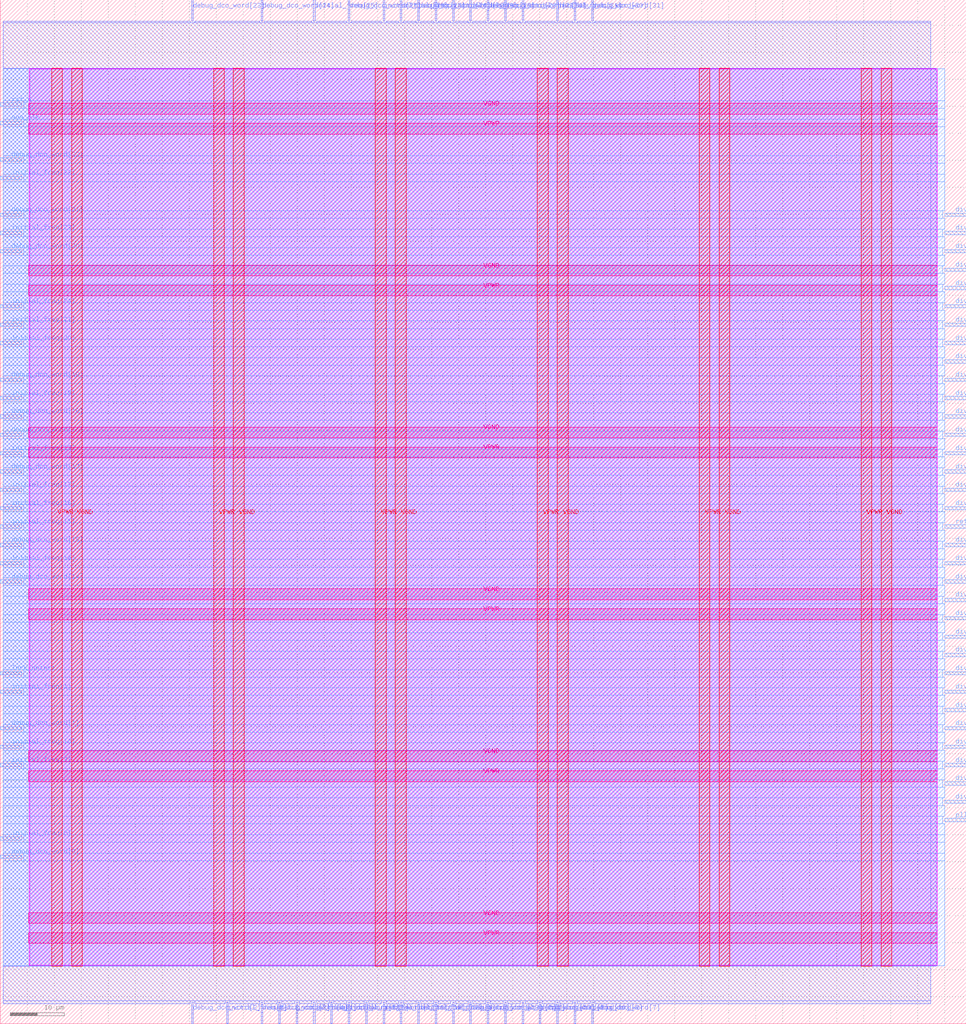
<source format=lef>
VERSION 5.7 ;
  NOWIREEXTENSIONATPIN ON ;
  DIVIDERCHAR "/" ;
  BUSBITCHARS "[]" ;
MACRO pll_top
  CLASS BLOCK ;
  FOREIGN pll_top ;
  ORIGIN 0.000 0.000 ;
  SIZE 179.015 BY 189.735 ;
  PIN VGND
    DIRECTION INOUT ;
    USE GROUND ;
    PORT
      LAYER met4 ;
        RECT 13.220 10.640 15.220 177.040 ;
    END
    PORT
      LAYER met4 ;
        RECT 43.220 10.640 45.220 177.040 ;
    END
    PORT
      LAYER met4 ;
        RECT 73.220 10.640 75.220 177.040 ;
    END
    PORT
      LAYER met4 ;
        RECT 103.220 10.640 105.220 177.040 ;
    END
    PORT
      LAYER met4 ;
        RECT 133.220 10.640 135.220 177.040 ;
    END
    PORT
      LAYER met4 ;
        RECT 163.220 10.640 165.220 177.040 ;
    END
    PORT
      LAYER met5 ;
        RECT 5.280 18.580 173.660 20.580 ;
    END
    PORT
      LAYER met5 ;
        RECT 5.280 48.580 173.660 50.580 ;
    END
    PORT
      LAYER met5 ;
        RECT 5.280 78.580 173.660 80.580 ;
    END
    PORT
      LAYER met5 ;
        RECT 5.280 108.580 173.660 110.580 ;
    END
    PORT
      LAYER met5 ;
        RECT 5.280 138.580 173.660 140.580 ;
    END
    PORT
      LAYER met5 ;
        RECT 5.280 168.580 173.660 170.580 ;
    END
  END VGND
  PIN VPWR
    DIRECTION INOUT ;
    USE POWER ;
    PORT
      LAYER met4 ;
        RECT 9.520 10.640 11.520 177.040 ;
    END
    PORT
      LAYER met4 ;
        RECT 39.520 10.640 41.520 177.040 ;
    END
    PORT
      LAYER met4 ;
        RECT 69.520 10.640 71.520 177.040 ;
    END
    PORT
      LAYER met4 ;
        RECT 99.520 10.640 101.520 177.040 ;
    END
    PORT
      LAYER met4 ;
        RECT 129.520 10.640 131.520 177.040 ;
    END
    PORT
      LAYER met4 ;
        RECT 159.520 10.640 161.520 177.040 ;
    END
    PORT
      LAYER met5 ;
        RECT 5.280 14.880 173.660 16.880 ;
    END
    PORT
      LAYER met5 ;
        RECT 5.280 44.880 173.660 46.880 ;
    END
    PORT
      LAYER met5 ;
        RECT 5.280 74.880 173.660 76.880 ;
    END
    PORT
      LAYER met5 ;
        RECT 5.280 104.880 173.660 106.880 ;
    END
    PORT
      LAYER met5 ;
        RECT 5.280 134.880 173.660 136.880 ;
    END
    PORT
      LAYER met5 ;
        RECT 5.280 164.880 173.660 166.880 ;
    END
  END VPWR
  PIN debug_dco_word[0]
    DIRECTION OUTPUT ;
    USE SIGNAL ;
    ANTENNADIFFAREA 0.445500 ;
    PORT
      LAYER met3 ;
        RECT 0.000 30.640 4.000 31.240 ;
    END
  END debug_dco_word[0]
  PIN debug_dco_word[10]
    DIRECTION OUTPUT ;
    USE SIGNAL ;
    ANTENNADIFFAREA 0.445500 ;
    PORT
      LAYER met2 ;
        RECT 103.130 0.000 103.410 4.000 ;
    END
  END debug_dco_word[10]
  PIN debug_dco_word[11]
    DIRECTION OUTPUT ;
    USE SIGNAL ;
    ANTENNADIFFAREA 0.445500 ;
    PORT
      LAYER met2 ;
        RECT 67.710 0.000 67.990 4.000 ;
    END
  END debug_dco_word[11]
  PIN debug_dco_word[12]
    DIRECTION OUTPUT ;
    USE SIGNAL ;
    ANTENNADIFFAREA 0.445500 ;
    PORT
      LAYER met2 ;
        RECT 96.690 0.000 96.970 4.000 ;
    END
  END debug_dco_word[12]
  PIN debug_dco_word[13]
    DIRECTION OUTPUT ;
    USE SIGNAL ;
    ANTENNADIFFAREA 0.445500 ;
    PORT
      LAYER met2 ;
        RECT 87.030 0.000 87.310 4.000 ;
    END
  END debug_dco_word[13]
  PIN debug_dco_word[14]
    DIRECTION OUTPUT ;
    USE SIGNAL ;
    ANTENNADIFFAREA 0.445500 ;
    PORT
      LAYER met3 ;
        RECT 0.000 81.640 4.000 82.240 ;
    END
  END debug_dco_word[14]
  PIN debug_dco_word[15]
    DIRECTION OUTPUT ;
    USE SIGNAL ;
    ANTENNADIFFAREA 0.445500 ;
    PORT
      LAYER met3 ;
        RECT 0.000 88.440 4.000 89.040 ;
    END
  END debug_dco_word[15]
  PIN debug_dco_word[16]
    DIRECTION OUTPUT ;
    USE SIGNAL ;
    ANTENNADIFFAREA 0.445500 ;
    PORT
      LAYER met3 ;
        RECT 0.000 108.840 4.000 109.440 ;
    END
  END debug_dco_word[16]
  PIN debug_dco_word[17]
    DIRECTION OUTPUT ;
    USE SIGNAL ;
    ANTENNADIFFAREA 0.445500 ;
    PORT
      LAYER met3 ;
        RECT 0.000 102.040 4.000 102.640 ;
    END
  END debug_dco_word[17]
  PIN debug_dco_word[18]
    DIRECTION OUTPUT ;
    USE SIGNAL ;
    ANTENNADIFFAREA 0.445500 ;
    PORT
      LAYER met3 ;
        RECT 0.000 112.240 4.000 112.840 ;
    END
  END debug_dco_word[18]
  PIN debug_dco_word[19]
    DIRECTION OUTPUT ;
    USE SIGNAL ;
    ANTENNADIFFAREA 0.445500 ;
    PORT
      LAYER met3 ;
        RECT 0.000 119.040 4.000 119.640 ;
    END
  END debug_dco_word[19]
  PIN debug_dco_word[1]
    DIRECTION OUTPUT ;
    USE SIGNAL ;
    ANTENNADIFFAREA 0.445500 ;
    PORT
      LAYER met3 ;
        RECT 0.000 54.440 4.000 55.040 ;
    END
  END debug_dco_word[1]
  PIN debug_dco_word[20]
    DIRECTION OUTPUT ;
    USE SIGNAL ;
    ANTENNADIFFAREA 0.445500 ;
    PORT
      LAYER met3 ;
        RECT 0.000 142.840 4.000 143.440 ;
    END
  END debug_dco_word[20]
  PIN debug_dco_word[21]
    DIRECTION OUTPUT ;
    USE SIGNAL ;
    ANTENNADIFFAREA 0.445500 ;
    PORT
      LAYER met3 ;
        RECT 0.000 149.640 4.000 150.240 ;
    END
  END debug_dco_word[21]
  PIN debug_dco_word[22]
    DIRECTION OUTPUT ;
    USE SIGNAL ;
    ANTENNADIFFAREA 0.445500 ;
    PORT
      LAYER met3 ;
        RECT 0.000 159.840 4.000 160.440 ;
    END
  END debug_dco_word[22]
  PIN debug_dco_word[23]
    DIRECTION OUTPUT ;
    USE SIGNAL ;
    ANTENNADIFFAREA 0.445500 ;
    PORT
      LAYER met2 ;
        RECT 35.510 185.735 35.790 189.735 ;
    END
  END debug_dco_word[23]
  PIN debug_dco_word[24]
    DIRECTION OUTPUT ;
    USE SIGNAL ;
    ANTENNADIFFAREA 0.445500 ;
    PORT
      LAYER met2 ;
        RECT 48.390 185.735 48.670 189.735 ;
    END
  END debug_dco_word[24]
  PIN debug_dco_word[25]
    DIRECTION OUTPUT ;
    USE SIGNAL ;
    ANTENNADIFFAREA 0.445500 ;
    PORT
      LAYER met2 ;
        RECT 64.490 185.735 64.770 189.735 ;
    END
  END debug_dco_word[25]
  PIN debug_dco_word[26]
    DIRECTION OUTPUT ;
    USE SIGNAL ;
    ANTENNADIFFAREA 0.445500 ;
    PORT
      LAYER met2 ;
        RECT 77.370 185.735 77.650 189.735 ;
    END
  END debug_dco_word[26]
  PIN debug_dco_word[27]
    DIRECTION OUTPUT ;
    USE SIGNAL ;
    ANTENNADIFFAREA 0.445500 ;
    PORT
      LAYER met2 ;
        RECT 80.590 185.735 80.870 189.735 ;
    END
  END debug_dco_word[27]
  PIN debug_dco_word[28]
    DIRECTION OUTPUT ;
    USE SIGNAL ;
    ANTENNADIFFAREA 0.445500 ;
    PORT
      LAYER met2 ;
        RECT 90.250 185.735 90.530 189.735 ;
    END
  END debug_dco_word[28]
  PIN debug_dco_word[29]
    DIRECTION OUTPUT ;
    USE SIGNAL ;
    ANTENNADIFFAREA 0.445500 ;
    PORT
      LAYER met2 ;
        RECT 93.470 185.735 93.750 189.735 ;
    END
  END debug_dco_word[29]
  PIN debug_dco_word[2]
    DIRECTION OUTPUT ;
    USE SIGNAL ;
    ANTENNADIFFAREA 0.445500 ;
    PORT
      LAYER met2 ;
        RECT 35.510 0.000 35.790 4.000 ;
    END
  END debug_dco_word[2]
  PIN debug_dco_word[30]
    DIRECTION OUTPUT ;
    USE SIGNAL ;
    ANTENNADIFFAREA 0.445500 ;
    PORT
      LAYER met2 ;
        RECT 106.350 185.735 106.630 189.735 ;
    END
  END debug_dco_word[30]
  PIN debug_dco_word[31]
    DIRECTION OUTPUT ;
    USE SIGNAL ;
    ANTENNADIFFAREA 0.445500 ;
    PORT
      LAYER met2 ;
        RECT 109.570 185.735 109.850 189.735 ;
    END
  END debug_dco_word[31]
  PIN debug_dco_word[3]
    DIRECTION OUTPUT ;
    USE SIGNAL ;
    ANTENNADIFFAREA 0.445500 ;
    PORT
      LAYER met2 ;
        RECT 48.390 0.000 48.670 4.000 ;
    END
  END debug_dco_word[3]
  PIN debug_dco_word[4]
    DIRECTION OUTPUT ;
    USE SIGNAL ;
    ANTENNADIFFAREA 0.445500 ;
    PORT
      LAYER met2 ;
        RECT 51.610 0.000 51.890 4.000 ;
    END
  END debug_dco_word[4]
  PIN debug_dco_word[5]
    DIRECTION OUTPUT ;
    USE SIGNAL ;
    ANTENNADIFFAREA 0.445500 ;
    PORT
      LAYER met2 ;
        RECT 61.270 0.000 61.550 4.000 ;
    END
  END debug_dco_word[5]
  PIN debug_dco_word[6]
    DIRECTION OUTPUT ;
    USE SIGNAL ;
    ANTENNADIFFAREA 0.445500 ;
    PORT
      LAYER met2 ;
        RECT 90.250 0.000 90.530 4.000 ;
    END
  END debug_dco_word[6]
  PIN debug_dco_word[7]
    DIRECTION OUTPUT ;
    USE SIGNAL ;
    ANTENNADIFFAREA 0.445500 ;
    PORT
      LAYER met2 ;
        RECT 109.570 0.000 109.850 4.000 ;
    END
  END debug_dco_word[7]
  PIN debug_dco_word[8]
    DIRECTION OUTPUT ;
    USE SIGNAL ;
    ANTENNADIFFAREA 0.445500 ;
    PORT
      LAYER met2 ;
        RECT 99.910 0.000 100.190 4.000 ;
    END
  END debug_dco_word[8]
  PIN debug_dco_word[9]
    DIRECTION OUTPUT ;
    USE SIGNAL ;
    ANTENNADIFFAREA 0.445500 ;
    PORT
      LAYER met2 ;
        RECT 106.350 0.000 106.630 4.000 ;
    END
  END debug_dco_word[9]
  PIN div_val[0]
    DIRECTION INPUT ;
    USE SIGNAL ;
    ANTENNAGATEAREA 0.126000 ;
    PORT
      LAYER met3 ;
        RECT 175.015 129.240 179.015 129.840 ;
    END
  END div_val[0]
  PIN div_val[10]
    DIRECTION INPUT ;
    USE SIGNAL ;
    ANTENNAGATEAREA 0.126000 ;
    PORT
      LAYER met3 ;
        RECT 175.015 115.640 179.015 116.240 ;
    END
  END div_val[10]
  PIN div_val[11]
    DIRECTION INPUT ;
    USE SIGNAL ;
    ANTENNAGATEAREA 0.126000 ;
    PORT
      LAYER met3 ;
        RECT 175.015 112.240 179.015 112.840 ;
    END
  END div_val[11]
  PIN div_val[12]
    DIRECTION INPUT ;
    USE SIGNAL ;
    ANTENNAGATEAREA 0.196500 ;
    PORT
      LAYER met3 ;
        RECT 175.015 105.440 179.015 106.040 ;
    END
  END div_val[12]
  PIN div_val[13]
    DIRECTION INPUT ;
    USE SIGNAL ;
    ANTENNAGATEAREA 0.126000 ;
    PORT
      LAYER met3 ;
        RECT 175.015 108.840 179.015 109.440 ;
    END
  END div_val[13]
  PIN div_val[14]
    DIRECTION INPUT ;
    USE SIGNAL ;
    ANTENNAGATEAREA 0.126000 ;
    PORT
      LAYER met3 ;
        RECT 175.015 102.040 179.015 102.640 ;
    END
  END div_val[14]
  PIN div_val[15]
    DIRECTION INPUT ;
    USE SIGNAL ;
    ANTENNAGATEAREA 0.196500 ;
    PORT
      LAYER met3 ;
        RECT 175.015 98.640 179.015 99.240 ;
    END
  END div_val[15]
  PIN div_val[16]
    DIRECTION INPUT ;
    USE SIGNAL ;
    ANTENNAGATEAREA 0.213000 ;
    PORT
      LAYER met3 ;
        RECT 175.015 95.240 179.015 95.840 ;
    END
  END div_val[16]
  PIN div_val[17]
    DIRECTION INPUT ;
    USE SIGNAL ;
    ANTENNAGATEAREA 0.196500 ;
    PORT
      LAYER met3 ;
        RECT 175.015 88.440 179.015 89.040 ;
    END
  END div_val[17]
  PIN div_val[18]
    DIRECTION INPUT ;
    USE SIGNAL ;
    ANTENNAGATEAREA 0.196500 ;
    PORT
      LAYER met3 ;
        RECT 175.015 85.040 179.015 85.640 ;
    END
  END div_val[18]
  PIN div_val[19]
    DIRECTION INPUT ;
    USE SIGNAL ;
    ANTENNAGATEAREA 0.196500 ;
    PORT
      LAYER met3 ;
        RECT 175.015 81.640 179.015 82.240 ;
    END
  END div_val[19]
  PIN div_val[1]
    DIRECTION INPUT ;
    USE SIGNAL ;
    ANTENNAGATEAREA 0.126000 ;
    PORT
      LAYER met3 ;
        RECT 175.015 122.440 179.015 123.040 ;
    END
  END div_val[1]
  PIN div_val[20]
    DIRECTION INPUT ;
    USE SIGNAL ;
    ANTENNAGATEAREA 0.196500 ;
    PORT
      LAYER met3 ;
        RECT 175.015 71.440 179.015 72.040 ;
    END
  END div_val[20]
  PIN div_val[21]
    DIRECTION INPUT ;
    USE SIGNAL ;
    ANTENNAGATEAREA 0.196500 ;
    PORT
      LAYER met3 ;
        RECT 175.015 78.240 179.015 78.840 ;
    END
  END div_val[21]
  PIN div_val[22]
    DIRECTION INPUT ;
    USE SIGNAL ;
    ANTENNAGATEAREA 0.126000 ;
    PORT
      LAYER met3 ;
        RECT 175.015 57.840 179.015 58.440 ;
    END
  END div_val[22]
  PIN div_val[23]
    DIRECTION INPUT ;
    USE SIGNAL ;
    ANTENNAGATEAREA 0.126000 ;
    PORT
      LAYER met3 ;
        RECT 175.015 40.840 179.015 41.440 ;
    END
  END div_val[23]
  PIN div_val[24]
    DIRECTION INPUT ;
    USE SIGNAL ;
    ANTENNAGATEAREA 0.196500 ;
    PORT
      LAYER met3 ;
        RECT 175.015 44.240 179.015 44.840 ;
    END
  END div_val[24]
  PIN div_val[25]
    DIRECTION INPUT ;
    USE SIGNAL ;
    ANTENNAGATEAREA 0.126000 ;
    PORT
      LAYER met3 ;
        RECT 175.015 51.040 179.015 51.640 ;
    END
  END div_val[25]
  PIN div_val[26]
    DIRECTION INPUT ;
    USE SIGNAL ;
    ANTENNAGATEAREA 0.126000 ;
    PORT
      LAYER met3 ;
        RECT 175.015 47.640 179.015 48.240 ;
    END
  END div_val[26]
  PIN div_val[27]
    DIRECTION INPUT ;
    USE SIGNAL ;
    ANTENNAGATEAREA 0.196500 ;
    PORT
      LAYER met3 ;
        RECT 175.015 54.440 179.015 55.040 ;
    END
  END div_val[27]
  PIN div_val[28]
    DIRECTION INPUT ;
    USE SIGNAL ;
    ANTENNAGATEAREA 0.213000 ;
    PORT
      LAYER met3 ;
        RECT 175.015 61.240 179.015 61.840 ;
    END
  END div_val[28]
  PIN div_val[29]
    DIRECTION INPUT ;
    USE SIGNAL ;
    ANTENNAGATEAREA 0.126000 ;
    PORT
      LAYER met3 ;
        RECT 175.015 64.640 179.015 65.240 ;
    END
  END div_val[29]
  PIN div_val[2]
    DIRECTION INPUT ;
    USE SIGNAL ;
    ANTENNAGATEAREA 0.126000 ;
    PORT
      LAYER met3 ;
        RECT 175.015 119.040 179.015 119.640 ;
    END
  END div_val[2]
  PIN div_val[30]
    DIRECTION INPUT ;
    USE SIGNAL ;
    ANTENNAGATEAREA 0.196500 ;
    PORT
      LAYER met3 ;
        RECT 175.015 68.040 179.015 68.640 ;
    END
  END div_val[30]
  PIN div_val[31]
    DIRECTION INPUT ;
    USE SIGNAL ;
    ANTENNAGATEAREA 0.196500 ;
    PORT
      LAYER met3 ;
        RECT 175.015 74.840 179.015 75.440 ;
    END
  END div_val[31]
  PIN div_val[3]
    DIRECTION INPUT ;
    USE SIGNAL ;
    ANTENNAGATEAREA 0.196500 ;
    PORT
      LAYER met3 ;
        RECT 175.015 125.840 179.015 126.440 ;
    END
  END div_val[3]
  PIN div_val[4]
    DIRECTION INPUT ;
    USE SIGNAL ;
    ANTENNAGATEAREA 0.213000 ;
    PORT
      LAYER met3 ;
        RECT 175.015 136.040 179.015 136.640 ;
    END
  END div_val[4]
  PIN div_val[5]
    DIRECTION INPUT ;
    USE SIGNAL ;
    ANTENNAGATEAREA 0.126000 ;
    PORT
      LAYER met3 ;
        RECT 175.015 139.440 179.015 140.040 ;
    END
  END div_val[5]
  PIN div_val[6]
    DIRECTION INPUT ;
    USE SIGNAL ;
    ANTENNAGATEAREA 0.196500 ;
    PORT
      LAYER met3 ;
        RECT 175.015 149.640 179.015 150.240 ;
    END
  END div_val[6]
  PIN div_val[7]
    DIRECTION INPUT ;
    USE SIGNAL ;
    ANTENNAGATEAREA 0.213000 ;
    PORT
      LAYER met3 ;
        RECT 175.015 146.240 179.015 146.840 ;
    END
  END div_val[7]
  PIN div_val[8]
    DIRECTION INPUT ;
    USE SIGNAL ;
    ANTENNAGATEAREA 0.213000 ;
    PORT
      LAYER met3 ;
        RECT 175.015 142.840 179.015 143.440 ;
    END
  END div_val[8]
  PIN div_val[9]
    DIRECTION INPUT ;
    USE SIGNAL ;
    ANTENNAGATEAREA 0.196500 ;
    PORT
      LAYER met3 ;
        RECT 175.015 132.640 179.015 133.240 ;
    END
  END div_val[9]
  PIN initial_freq[0]
    DIRECTION INPUT ;
    USE SIGNAL ;
    ANTENNAGATEAREA 0.196500 ;
    PORT
      LAYER met3 ;
        RECT 0.000 34.040 4.000 34.640 ;
    END
  END initial_freq[0]
  PIN initial_freq[10]
    DIRECTION INPUT ;
    USE SIGNAL ;
    ANTENNAGATEAREA 0.196500 ;
    PORT
      LAYER met3 ;
        RECT 0.000 51.040 4.000 51.640 ;
    END
  END initial_freq[10]
  PIN initial_freq[11]
    DIRECTION INPUT ;
    USE SIGNAL ;
    ANTENNAGATEAREA 0.196500 ;
    PORT
      LAYER met2 ;
        RECT 70.930 0.000 71.210 4.000 ;
    END
  END initial_freq[11]
  PIN initial_freq[12]
    DIRECTION INPUT ;
    USE SIGNAL ;
    ANTENNAGATEAREA 0.196500 ;
    PORT
      LAYER met2 ;
        RECT 74.150 0.000 74.430 4.000 ;
    END
  END initial_freq[12]
  PIN initial_freq[13]
    DIRECTION INPUT ;
    USE SIGNAL ;
    ANTENNAGATEAREA 0.196500 ;
    PORT
      LAYER met2 ;
        RECT 77.370 0.000 77.650 4.000 ;
    END
  END initial_freq[13]
  PIN initial_freq[14]
    DIRECTION INPUT ;
    USE SIGNAL ;
    ANTENNAGATEAREA 0.196500 ;
    PORT
      LAYER met3 ;
        RECT 0.000 85.040 4.000 85.640 ;
    END
  END initial_freq[14]
  PIN initial_freq[15]
    DIRECTION INPUT ;
    USE SIGNAL ;
    ANTENNAGATEAREA 0.196500 ;
    PORT
      LAYER met3 ;
        RECT 0.000 91.840 4.000 92.440 ;
    END
  END initial_freq[15]
  PIN initial_freq[16]
    DIRECTION INPUT ;
    USE SIGNAL ;
    ANTENNAGATEAREA 0.196500 ;
    PORT
      LAYER met3 ;
        RECT 0.000 95.240 4.000 95.840 ;
    END
  END initial_freq[16]
  PIN initial_freq[17]
    DIRECTION INPUT ;
    USE SIGNAL ;
    ANTENNAGATEAREA 0.196500 ;
    PORT
      LAYER met3 ;
        RECT 0.000 98.640 4.000 99.240 ;
    END
  END initial_freq[17]
  PIN initial_freq[18]
    DIRECTION INPUT ;
    USE SIGNAL ;
    ANTENNAGATEAREA 0.196500 ;
    PORT
      LAYER met3 ;
        RECT 0.000 105.440 4.000 106.040 ;
    END
  END initial_freq[18]
  PIN initial_freq[19]
    DIRECTION INPUT ;
    USE SIGNAL ;
    ANTENNAGATEAREA 0.196500 ;
    PORT
      LAYER met3 ;
        RECT 0.000 115.640 4.000 116.240 ;
    END
  END initial_freq[19]
  PIN initial_freq[1]
    DIRECTION INPUT ;
    USE SIGNAL ;
    ANTENNAGATEAREA 0.196500 ;
    PORT
      LAYER met3 ;
        RECT 0.000 61.240 4.000 61.840 ;
    END
  END initial_freq[1]
  PIN initial_freq[20]
    DIRECTION INPUT ;
    USE SIGNAL ;
    ANTENNAGATEAREA 0.196500 ;
    PORT
      LAYER met3 ;
        RECT 0.000 125.840 4.000 126.440 ;
    END
  END initial_freq[20]
  PIN initial_freq[21]
    DIRECTION INPUT ;
    USE SIGNAL ;
    ANTENNAGATEAREA 0.196500 ;
    PORT
      LAYER met3 ;
        RECT 0.000 129.240 4.000 129.840 ;
    END
  END initial_freq[21]
  PIN initial_freq[22]
    DIRECTION INPUT ;
    USE SIGNAL ;
    ANTENNAGATEAREA 0.196500 ;
    PORT
      LAYER met3 ;
        RECT 0.000 156.440 4.000 157.040 ;
    END
  END initial_freq[22]
  PIN initial_freq[23]
    DIRECTION INPUT ;
    USE SIGNAL ;
    ANTENNAGATEAREA 0.196500 ;
    PORT
      LAYER met3 ;
        RECT 0.000 146.240 4.000 146.840 ;
    END
  END initial_freq[23]
  PIN initial_freq[24]
    DIRECTION INPUT ;
    USE SIGNAL ;
    ANTENNAGATEAREA 0.196500 ;
    PORT
      LAYER met3 ;
        RECT 0.000 132.640 4.000 133.240 ;
    END
  END initial_freq[24]
  PIN initial_freq[25]
    DIRECTION INPUT ;
    USE SIGNAL ;
    ANTENNAGATEAREA 0.196500 ;
    PORT
      LAYER met2 ;
        RECT 58.050 185.735 58.330 189.735 ;
    END
  END initial_freq[25]
  PIN initial_freq[26]
    DIRECTION INPUT ;
    USE SIGNAL ;
    ANTENNAGATEAREA 0.196500 ;
    PORT
      LAYER met2 ;
        RECT 70.930 185.735 71.210 189.735 ;
    END
  END initial_freq[26]
  PIN initial_freq[27]
    DIRECTION INPUT ;
    USE SIGNAL ;
    ANTENNAGATEAREA 0.196500 ;
    PORT
      LAYER met2 ;
        RECT 74.150 185.735 74.430 189.735 ;
    END
  END initial_freq[27]
  PIN initial_freq[28]
    DIRECTION INPUT ;
    USE SIGNAL ;
    ANTENNAGATEAREA 0.196500 ;
    PORT
      LAYER met2 ;
        RECT 83.810 185.735 84.090 189.735 ;
    END
  END initial_freq[28]
  PIN initial_freq[29]
    DIRECTION INPUT ;
    USE SIGNAL ;
    ANTENNAGATEAREA 0.196500 ;
    PORT
      LAYER met2 ;
        RECT 87.030 185.735 87.310 189.735 ;
    END
  END initial_freq[29]
  PIN initial_freq[2]
    DIRECTION INPUT ;
    USE SIGNAL ;
    ANTENNAGATEAREA 0.196500 ;
    PORT
      LAYER met3 ;
        RECT 0.000 47.640 4.000 48.240 ;
    END
  END initial_freq[2]
  PIN initial_freq[30]
    DIRECTION INPUT ;
    USE SIGNAL ;
    ANTENNAGATEAREA 0.196500 ;
    PORT
      LAYER met2 ;
        RECT 96.690 185.735 96.970 189.735 ;
    END
  END initial_freq[30]
  PIN initial_freq[31]
    DIRECTION INPUT ;
    USE SIGNAL ;
    ANTENNAGATEAREA 0.196500 ;
    PORT
      LAYER met2 ;
        RECT 103.130 185.735 103.410 189.735 ;
    END
  END initial_freq[31]
  PIN initial_freq[3]
    DIRECTION INPUT ;
    USE SIGNAL ;
    ANTENNAGATEAREA 0.196500 ;
    PORT
      LAYER met2 ;
        RECT 41.950 0.000 42.230 4.000 ;
    END
  END initial_freq[3]
  PIN initial_freq[4]
    DIRECTION INPUT ;
    USE SIGNAL ;
    ANTENNAGATEAREA 0.196500 ;
    PORT
      LAYER met2 ;
        RECT 54.830 0.000 55.110 4.000 ;
    END
  END initial_freq[4]
  PIN initial_freq[5]
    DIRECTION INPUT ;
    USE SIGNAL ;
    ANTENNAGATEAREA 0.196500 ;
    PORT
      LAYER met2 ;
        RECT 64.490 0.000 64.770 4.000 ;
    END
  END initial_freq[5]
  PIN initial_freq[6]
    DIRECTION INPUT ;
    USE SIGNAL ;
    ANTENNAGATEAREA 0.196500 ;
    PORT
      LAYER met2 ;
        RECT 80.590 0.000 80.870 4.000 ;
    END
  END initial_freq[6]
  PIN initial_freq[7]
    DIRECTION INPUT ;
    USE SIGNAL ;
    ANTENNAGATEAREA 0.196500 ;
    PORT
      LAYER met2 ;
        RECT 93.470 0.000 93.750 4.000 ;
    END
  END initial_freq[7]
  PIN initial_freq[8]
    DIRECTION INPUT ;
    USE SIGNAL ;
    ANTENNAGATEAREA 0.196500 ;
    PORT
      LAYER met2 ;
        RECT 83.810 0.000 84.090 4.000 ;
    END
  END initial_freq[8]
  PIN initial_freq[9]
    DIRECTION INPUT ;
    USE SIGNAL ;
    ANTENNAGATEAREA 0.196500 ;
    PORT
      LAYER met2 ;
        RECT 58.050 0.000 58.330 4.000 ;
    END
  END initial_freq[9]
  PIN lock_detect
    DIRECTION OUTPUT ;
    USE SIGNAL ;
    ANTENNADIFFAREA 0.445500 ;
    PORT
      LAYER met3 ;
        RECT 0.000 64.640 4.000 65.240 ;
    END
  END lock_detect
  PIN pll_out
    DIRECTION OUTPUT ;
    USE SIGNAL ;
    ANTENNADIFFAREA 0.445500 ;
    PORT
      LAYER met3 ;
        RECT 175.015 37.440 179.015 38.040 ;
    END
  END pll_out
  PIN ref_clk
    DIRECTION INPUT ;
    USE SIGNAL ;
    ANTENNAGATEAREA 0.196500 ;
    PORT
      LAYER met3 ;
        RECT 175.015 91.840 179.015 92.440 ;
    END
  END ref_clk
  PIN rst_n
    DIRECTION INPUT ;
    USE SIGNAL ;
    ANTENNAGATEAREA 0.196500 ;
    PORT
      LAYER met3 ;
        RECT 0.000 170.040 4.000 170.640 ;
    END
  END rst_n
  PIN sys_clk
    DIRECTION INPUT ;
    USE SIGNAL ;
    ANTENNAGATEAREA 0.852000 ;
    PORT
      LAYER met3 ;
        RECT 0.000 166.640 4.000 167.240 ;
    END
  END sys_clk
  OBS
      LAYER nwell ;
        RECT 5.330 10.795 173.610 176.990 ;
      LAYER li1 ;
        RECT 5.520 10.795 173.420 176.885 ;
      LAYER met1 ;
        RECT 0.530 10.640 173.420 177.040 ;
      LAYER met2 ;
        RECT 0.550 185.455 35.230 185.735 ;
        RECT 36.070 185.455 48.110 185.735 ;
        RECT 48.950 185.455 57.770 185.735 ;
        RECT 58.610 185.455 64.210 185.735 ;
        RECT 65.050 185.455 70.650 185.735 ;
        RECT 71.490 185.455 73.870 185.735 ;
        RECT 74.710 185.455 77.090 185.735 ;
        RECT 77.930 185.455 80.310 185.735 ;
        RECT 81.150 185.455 83.530 185.735 ;
        RECT 84.370 185.455 86.750 185.735 ;
        RECT 87.590 185.455 89.970 185.735 ;
        RECT 90.810 185.455 93.190 185.735 ;
        RECT 94.030 185.455 96.410 185.735 ;
        RECT 97.250 185.455 102.850 185.735 ;
        RECT 103.690 185.455 106.070 185.735 ;
        RECT 106.910 185.455 109.290 185.735 ;
        RECT 110.130 185.455 172.400 185.735 ;
        RECT 0.550 4.280 172.400 185.455 ;
        RECT 0.550 3.670 35.230 4.280 ;
        RECT 36.070 3.670 41.670 4.280 ;
        RECT 42.510 3.670 48.110 4.280 ;
        RECT 48.950 3.670 51.330 4.280 ;
        RECT 52.170 3.670 54.550 4.280 ;
        RECT 55.390 3.670 57.770 4.280 ;
        RECT 58.610 3.670 60.990 4.280 ;
        RECT 61.830 3.670 64.210 4.280 ;
        RECT 65.050 3.670 67.430 4.280 ;
        RECT 68.270 3.670 70.650 4.280 ;
        RECT 71.490 3.670 73.870 4.280 ;
        RECT 74.710 3.670 77.090 4.280 ;
        RECT 77.930 3.670 80.310 4.280 ;
        RECT 81.150 3.670 83.530 4.280 ;
        RECT 84.370 3.670 86.750 4.280 ;
        RECT 87.590 3.670 89.970 4.280 ;
        RECT 90.810 3.670 93.190 4.280 ;
        RECT 94.030 3.670 96.410 4.280 ;
        RECT 97.250 3.670 99.630 4.280 ;
        RECT 100.470 3.670 102.850 4.280 ;
        RECT 103.690 3.670 106.070 4.280 ;
        RECT 106.910 3.670 109.290 4.280 ;
        RECT 110.130 3.670 172.400 4.280 ;
      LAYER met3 ;
        RECT 0.525 171.040 175.015 176.965 ;
        RECT 4.400 169.640 175.015 171.040 ;
        RECT 0.525 167.640 175.015 169.640 ;
        RECT 4.400 166.240 175.015 167.640 ;
        RECT 0.525 160.840 175.015 166.240 ;
        RECT 4.400 159.440 175.015 160.840 ;
        RECT 0.525 157.440 175.015 159.440 ;
        RECT 4.400 156.040 175.015 157.440 ;
        RECT 0.525 150.640 175.015 156.040 ;
        RECT 4.400 149.240 174.615 150.640 ;
        RECT 0.525 147.240 175.015 149.240 ;
        RECT 4.400 145.840 174.615 147.240 ;
        RECT 0.525 143.840 175.015 145.840 ;
        RECT 4.400 142.440 174.615 143.840 ;
        RECT 0.525 140.440 175.015 142.440 ;
        RECT 0.525 139.040 174.615 140.440 ;
        RECT 0.525 137.040 175.015 139.040 ;
        RECT 0.525 135.640 174.615 137.040 ;
        RECT 0.525 133.640 175.015 135.640 ;
        RECT 4.400 132.240 174.615 133.640 ;
        RECT 0.525 130.240 175.015 132.240 ;
        RECT 4.400 128.840 174.615 130.240 ;
        RECT 0.525 126.840 175.015 128.840 ;
        RECT 4.400 125.440 174.615 126.840 ;
        RECT 0.525 123.440 175.015 125.440 ;
        RECT 0.525 122.040 174.615 123.440 ;
        RECT 0.525 120.040 175.015 122.040 ;
        RECT 4.400 118.640 174.615 120.040 ;
        RECT 0.525 116.640 175.015 118.640 ;
        RECT 4.400 115.240 174.615 116.640 ;
        RECT 0.525 113.240 175.015 115.240 ;
        RECT 4.400 111.840 174.615 113.240 ;
        RECT 0.525 109.840 175.015 111.840 ;
        RECT 4.400 108.440 174.615 109.840 ;
        RECT 0.525 106.440 175.015 108.440 ;
        RECT 4.400 105.040 174.615 106.440 ;
        RECT 0.525 103.040 175.015 105.040 ;
        RECT 4.400 101.640 174.615 103.040 ;
        RECT 0.525 99.640 175.015 101.640 ;
        RECT 4.400 98.240 174.615 99.640 ;
        RECT 0.525 96.240 175.015 98.240 ;
        RECT 4.400 94.840 174.615 96.240 ;
        RECT 0.525 92.840 175.015 94.840 ;
        RECT 4.400 91.440 174.615 92.840 ;
        RECT 0.525 89.440 175.015 91.440 ;
        RECT 4.400 88.040 174.615 89.440 ;
        RECT 0.525 86.040 175.015 88.040 ;
        RECT 4.400 84.640 174.615 86.040 ;
        RECT 0.525 82.640 175.015 84.640 ;
        RECT 4.400 81.240 174.615 82.640 ;
        RECT 0.525 79.240 175.015 81.240 ;
        RECT 0.525 77.840 174.615 79.240 ;
        RECT 0.525 75.840 175.015 77.840 ;
        RECT 0.525 74.440 174.615 75.840 ;
        RECT 0.525 72.440 175.015 74.440 ;
        RECT 0.525 71.040 174.615 72.440 ;
        RECT 0.525 69.040 175.015 71.040 ;
        RECT 0.525 67.640 174.615 69.040 ;
        RECT 0.525 65.640 175.015 67.640 ;
        RECT 4.400 64.240 174.615 65.640 ;
        RECT 0.525 62.240 175.015 64.240 ;
        RECT 4.400 60.840 174.615 62.240 ;
        RECT 0.525 58.840 175.015 60.840 ;
        RECT 0.525 57.440 174.615 58.840 ;
        RECT 0.525 55.440 175.015 57.440 ;
        RECT 4.400 54.040 174.615 55.440 ;
        RECT 0.525 52.040 175.015 54.040 ;
        RECT 4.400 50.640 174.615 52.040 ;
        RECT 0.525 48.640 175.015 50.640 ;
        RECT 4.400 47.240 174.615 48.640 ;
        RECT 0.525 45.240 175.015 47.240 ;
        RECT 0.525 43.840 174.615 45.240 ;
        RECT 0.525 41.840 175.015 43.840 ;
        RECT 0.525 40.440 174.615 41.840 ;
        RECT 0.525 38.440 175.015 40.440 ;
        RECT 0.525 37.040 174.615 38.440 ;
        RECT 0.525 35.040 175.015 37.040 ;
        RECT 4.400 33.640 175.015 35.040 ;
        RECT 0.525 31.640 175.015 33.640 ;
        RECT 4.400 30.240 175.015 31.640 ;
        RECT 0.525 10.715 175.015 30.240 ;
  END
END pll_top
END LIBRARY


</source>
